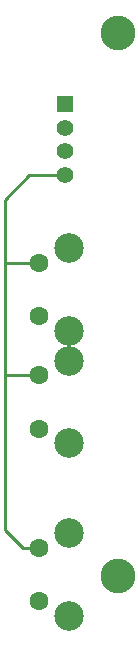
<source format=gbl>
G04 #@! TF.FileFunction,Copper,L2,Bot,Signal*
%FSLAX46Y46*%
G04 Gerber Fmt 4.6, Leading zero omitted, Abs format (unit mm)*
G04 Created by KiCad (PCBNEW (2015-04-03 BZR 5570)-product) date Sun Apr 12 09:32:45 2015*
%MOMM*%
G01*
G04 APERTURE LIST*
%ADD10C,0.150000*%
%ADD11C,1.600000*%
%ADD12C,2.500000*%
%ADD13R,1.400000X1.400000*%
%ADD14C,1.400000*%
%ADD15C,2.946400*%
%ADD16C,0.254000*%
%ADD17C,0.350000*%
G04 APERTURE END LIST*
D10*
D11*
X126085600Y-130465000D03*
X126085600Y-134965000D03*
D12*
X128585600Y-129215000D03*
X128585600Y-136215000D03*
D11*
X126085600Y-115860000D03*
X126085600Y-120360000D03*
D12*
X128585600Y-114610000D03*
X128585600Y-121610000D03*
D11*
X126085600Y-106335000D03*
X126085600Y-110835000D03*
D12*
X128585600Y-105085000D03*
X128585600Y-112085000D03*
D13*
X128270000Y-92885000D03*
D14*
X128270000Y-94885000D03*
X128270000Y-96885000D03*
X128270000Y-98885000D03*
D15*
X132765800Y-86842600D03*
X132765800Y-132867400D03*
D16*
X126085600Y-130465000D02*
X124750000Y-130465000D01*
X123190000Y-128905000D02*
X123190000Y-116205000D01*
X124750000Y-130465000D02*
X123190000Y-128905000D01*
X123190000Y-100965000D02*
X123190000Y-106045000D01*
X128270000Y-98885000D02*
X125270000Y-98885000D01*
X125270000Y-98885000D02*
X123190000Y-100965000D01*
X123190000Y-106335000D02*
X123190000Y-106045000D01*
X126085600Y-115860000D02*
X123190000Y-115860000D01*
X123190000Y-115860000D02*
X123190000Y-116205000D01*
X123190000Y-106045000D02*
X123190000Y-116205000D01*
X126085600Y-106335000D02*
X123190000Y-106335000D01*
D17*
X126085600Y-130465000D03*
X126085600Y-134965000D03*
X128585600Y-129215000D03*
X128585600Y-136215000D03*
X126085600Y-115860000D03*
X126085600Y-120360000D03*
X128585600Y-114610000D03*
X128585600Y-121610000D03*
X126085600Y-106335000D03*
X126085600Y-110835000D03*
X128585600Y-105085000D03*
X128585600Y-112085000D03*
X128270000Y-92885000D03*
X128270000Y-94885000D03*
X128270000Y-96885000D03*
X128270000Y-98885000D03*
X132765800Y-86842600D03*
X132765800Y-132867400D03*
M02*

</source>
